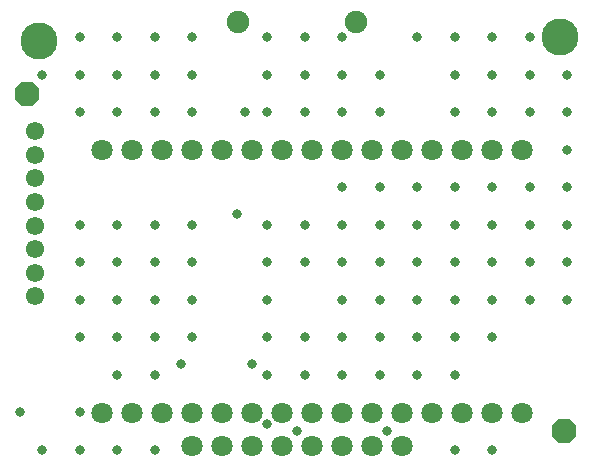
<source format=gbs>
G75*
%MOIN*%
%OFA0B0*%
%FSLAX25Y25*%
%IPPOS*%
%LPD*%
%AMOC8*
5,1,8,0,0,1.08239X$1,22.5*
%
%ADD10C,0.12311*%
%ADD11C,0.07100*%
%ADD12C,0.07500*%
%ADD13OC8,0.08100*%
%ADD14C,0.06100*%
%ADD15C,0.03200*%
%ADD16C,0.03278*%
D10*
X0027196Y0150250D03*
X0200946Y0151500D03*
D11*
X0188446Y0114148D03*
X0178446Y0114148D03*
X0168446Y0114148D03*
X0158446Y0114148D03*
X0148446Y0114148D03*
X0138446Y0114148D03*
X0128446Y0114148D03*
X0118446Y0114148D03*
X0108446Y0114148D03*
X0098446Y0114148D03*
X0088446Y0114148D03*
X0078446Y0114148D03*
X0068446Y0114148D03*
X0058446Y0114148D03*
X0048446Y0114148D03*
X0048446Y0026352D03*
X0058446Y0026352D03*
X0068446Y0026352D03*
X0078446Y0026352D03*
X0088446Y0026352D03*
X0088446Y0015250D03*
X0078446Y0015250D03*
X0098446Y0015250D03*
X0108446Y0015250D03*
X0108446Y0026352D03*
X0098446Y0026352D03*
X0118446Y0026352D03*
X0128446Y0026352D03*
X0138446Y0026352D03*
X0138446Y0015250D03*
X0128446Y0015250D03*
X0118446Y0015250D03*
X0148446Y0015250D03*
X0148446Y0026352D03*
X0158446Y0026352D03*
X0168446Y0026352D03*
X0178446Y0026352D03*
X0188446Y0026352D03*
D12*
X0133131Y0156500D03*
X0093761Y0156500D03*
D13*
X0023446Y0132750D03*
X0202196Y0020250D03*
D14*
X0025946Y0065191D03*
X0025946Y0073065D03*
X0025946Y0080939D03*
X0025946Y0088813D03*
X0025946Y0096687D03*
X0025946Y0104561D03*
X0025946Y0112435D03*
X0025946Y0120309D03*
D15*
X0020946Y0026500D03*
X0028446Y0014000D03*
X0040946Y0014000D03*
X0053446Y0014000D03*
X0065946Y0014000D03*
X0040946Y0026500D03*
X0053446Y0039000D03*
X0065946Y0039000D03*
X0074696Y0042750D03*
X0078446Y0051500D03*
X0078446Y0064000D03*
X0078446Y0076500D03*
X0078446Y0089000D03*
X0065946Y0089000D03*
X0065946Y0076500D03*
X0065946Y0064000D03*
X0065946Y0051500D03*
X0053446Y0051500D03*
X0053446Y0064000D03*
X0053446Y0076500D03*
X0053446Y0089000D03*
X0040946Y0089000D03*
X0040946Y0076500D03*
X0040946Y0064000D03*
X0040946Y0051500D03*
X0093446Y0092750D03*
X0103446Y0089000D03*
X0115946Y0089000D03*
X0115946Y0076500D03*
X0103446Y0076500D03*
X0103446Y0064000D03*
X0103446Y0051500D03*
X0098446Y0042750D03*
X0103446Y0039000D03*
X0115946Y0039000D03*
X0115946Y0051500D03*
X0128446Y0051500D03*
X0140946Y0051500D03*
X0140946Y0039000D03*
X0128446Y0039000D03*
X0128446Y0064000D03*
X0140946Y0064000D03*
X0140946Y0076500D03*
X0140946Y0089000D03*
X0140946Y0101500D03*
X0128446Y0101500D03*
X0128446Y0089000D03*
X0128446Y0076500D03*
X0153446Y0076500D03*
X0165946Y0076500D03*
X0165946Y0064000D03*
X0165946Y0051500D03*
X0165946Y0039000D03*
X0153446Y0039000D03*
X0153446Y0051500D03*
X0153446Y0064000D03*
X0153446Y0089000D03*
X0165946Y0089000D03*
X0165946Y0101500D03*
X0153446Y0101500D03*
X0165946Y0126500D03*
X0178446Y0126500D03*
X0190946Y0126500D03*
X0203446Y0126500D03*
X0203446Y0114000D03*
X0203446Y0101500D03*
X0203446Y0089000D03*
X0203446Y0076500D03*
X0203446Y0064000D03*
X0190946Y0064000D03*
X0190946Y0076500D03*
X0190946Y0089000D03*
X0190946Y0101500D03*
X0178446Y0101500D03*
X0178446Y0089000D03*
X0178446Y0076500D03*
X0178446Y0064000D03*
X0178446Y0051500D03*
X0178446Y0014000D03*
X0165946Y0014000D03*
X0140946Y0126500D03*
X0128446Y0126500D03*
X0128446Y0139000D03*
X0140946Y0139000D03*
X0128446Y0151500D03*
X0115946Y0151500D03*
X0115946Y0139000D03*
X0103446Y0139000D03*
X0103446Y0151500D03*
X0103446Y0126500D03*
X0095946Y0126500D03*
X0078446Y0126500D03*
X0078446Y0139000D03*
X0078446Y0151500D03*
X0065946Y0151500D03*
X0065946Y0139000D03*
X0053446Y0139000D03*
X0053446Y0151500D03*
X0040946Y0151500D03*
X0040946Y0139000D03*
X0040946Y0126500D03*
X0053446Y0126500D03*
X0065946Y0126500D03*
X0028446Y0139000D03*
X0115946Y0126500D03*
X0153446Y0151500D03*
X0165946Y0151500D03*
X0165946Y0139000D03*
X0178446Y0139000D03*
X0190946Y0139000D03*
X0190946Y0151500D03*
X0178446Y0151500D03*
X0203446Y0139000D03*
D16*
X0103446Y0022750D03*
X0113446Y0020250D03*
X0143446Y0020250D03*
M02*

</source>
